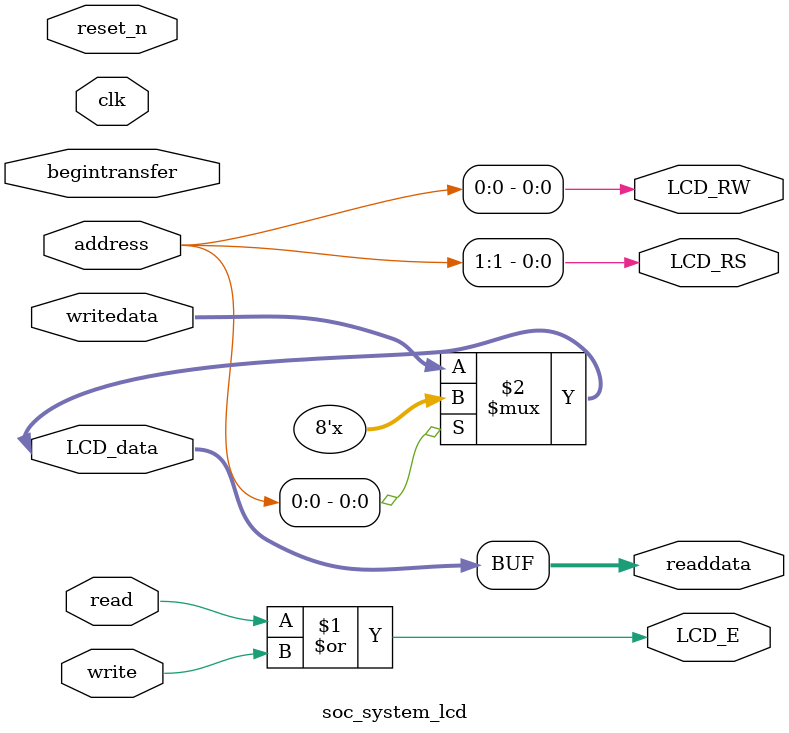
<source format=v>

`timescale 1ns / 1ps
// synthesis translate_on

// turn off superfluous verilog processor warnings 
// altera message_level Level1 
// altera message_off 10034 10035 10036 10037 10230 10240 10030 

module soc_system_lcd (
                        // inputs:
                         address,
                         begintransfer,
                         clk,
                         read,
                         reset_n,
                         write,
                         writedata,

                        // outputs:
                         LCD_E,
                         LCD_RS,
                         LCD_RW,
                         LCD_data,
                         readdata
                      )
;

  output           LCD_E;
  output           LCD_RS;
  output           LCD_RW;
  inout   [  7: 0] LCD_data;
  output  [  7: 0] readdata;
  input   [  1: 0] address;
  input            begintransfer;
  input            clk;
  input            read;
  input            reset_n;
  input            write;
  input   [  7: 0] writedata;

  wire             LCD_E;
  wire             LCD_RS;
  wire             LCD_RW;
  wire    [  7: 0] LCD_data;
  wire    [  7: 0] readdata;
  assign LCD_RW = address[0];
  assign LCD_RS = address[1];
  assign LCD_E = read | write;
  assign LCD_data = (address[0]) ? {8{1'bz}} : writedata;
  assign readdata = LCD_data;
  //control_slave, which is an e_avalon_slave

endmodule


</source>
